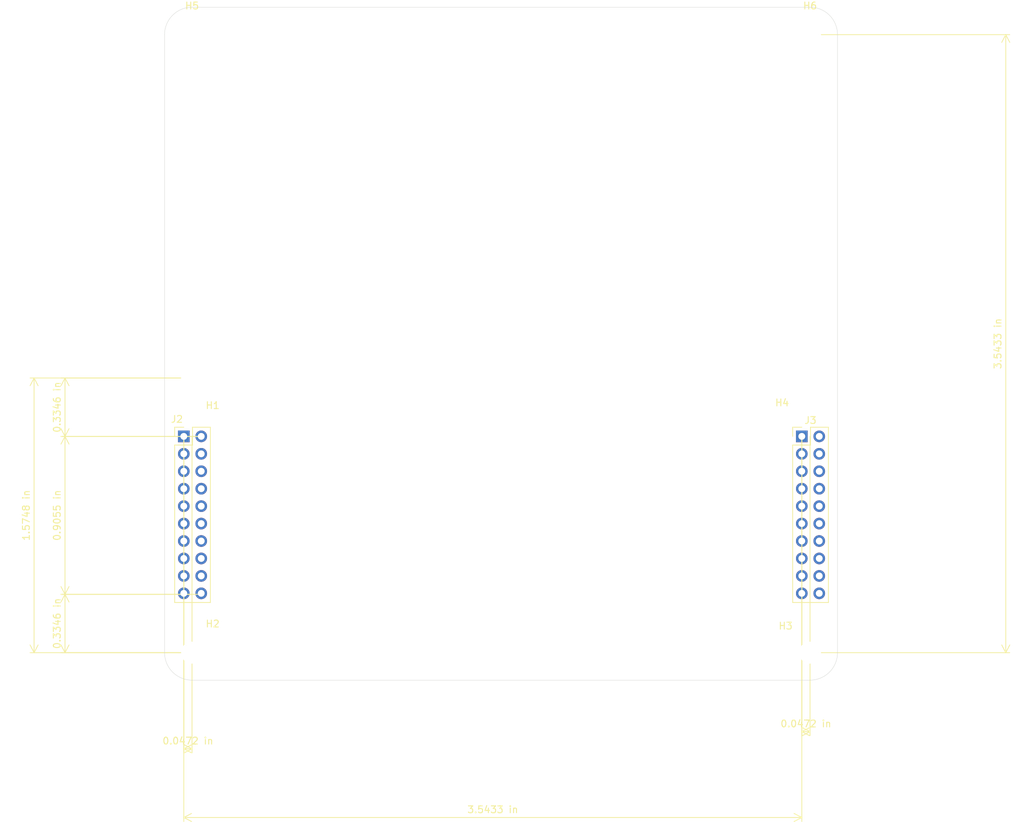
<source format=kicad_pcb>
(kicad_pcb (version 20171130) (host pcbnew "(5.1.5)-3")

  (general
    (thickness 1.6)
    (drawings 16)
    (tracks 2)
    (zones 0)
    (modules 8)
    (nets 1)
  )

  (page A4)
  (layers
    (0 F.Cu signal)
    (31 B.Cu signal)
    (32 B.Adhes user)
    (33 F.Adhes user)
    (34 B.Paste user)
    (35 F.Paste user)
    (36 B.SilkS user)
    (37 F.SilkS user)
    (38 B.Mask user)
    (39 F.Mask user)
    (40 Dwgs.User user)
    (41 Cmts.User user)
    (42 Eco1.User user)
    (43 Eco2.User user)
    (44 Edge.Cuts user)
    (45 Margin user)
    (46 B.CrtYd user)
    (47 F.CrtYd user)
    (48 B.Fab user)
    (49 F.Fab user hide)
  )

  (setup
    (last_trace_width 0.25)
    (trace_clearance 0.2)
    (zone_clearance 0.508)
    (zone_45_only no)
    (trace_min 0.2)
    (via_size 0.8)
    (via_drill 0.4)
    (via_min_size 0.4)
    (via_min_drill 0.3)
    (uvia_size 0.3)
    (uvia_drill 0.1)
    (uvias_allowed no)
    (uvia_min_size 0.2)
    (uvia_min_drill 0.1)
    (edge_width 0.05)
    (segment_width 0.2)
    (pcb_text_width 0.3)
    (pcb_text_size 1.5 1.5)
    (mod_edge_width 0.12)
    (mod_text_size 1 1)
    (mod_text_width 0.15)
    (pad_size 1.7 1.7)
    (pad_drill 1)
    (pad_to_mask_clearance 0.051)
    (solder_mask_min_width 0.25)
    (aux_axis_origin 0 0)
    (grid_origin 106.6 122)
    (visible_elements 7FFFFFFF)
    (pcbplotparams
      (layerselection 0x010fc_ffffffff)
      (usegerberextensions false)
      (usegerberattributes false)
      (usegerberadvancedattributes false)
      (creategerberjobfile false)
      (excludeedgelayer true)
      (linewidth 0.100000)
      (plotframeref false)
      (viasonmask false)
      (mode 1)
      (useauxorigin false)
      (hpglpennumber 1)
      (hpglpenspeed 20)
      (hpglpendiameter 15.000000)
      (psnegative false)
      (psa4output false)
      (plotreference true)
      (plotvalue true)
      (plotinvisibletext false)
      (padsonsilk false)
      (subtractmaskfromsilk false)
      (outputformat 1)
      (mirror false)
      (drillshape 1)
      (scaleselection 1)
      (outputdirectory ""))
  )

  (net 0 "")

  (net_class Default "This is the default net class."
    (clearance 0.2)
    (trace_width 0.25)
    (via_dia 0.8)
    (via_drill 0.4)
    (uvia_dia 0.3)
    (uvia_drill 0.1)
    (add_net "Net-(J2-Pad10)")
    (add_net "Net-(J2-Pad11)")
    (add_net "Net-(J2-Pad12)")
    (add_net "Net-(J2-Pad13)")
    (add_net "Net-(J2-Pad14)")
    (add_net "Net-(J2-Pad15)")
    (add_net "Net-(J2-Pad16)")
    (add_net "Net-(J2-Pad17)")
    (add_net "Net-(J2-Pad18)")
    (add_net "Net-(J2-Pad19)")
    (add_net "Net-(J2-Pad2)")
    (add_net "Net-(J2-Pad20)")
    (add_net "Net-(J2-Pad3)")
    (add_net "Net-(J2-Pad4)")
    (add_net "Net-(J2-Pad5)")
    (add_net "Net-(J2-Pad6)")
    (add_net "Net-(J2-Pad7)")
    (add_net "Net-(J2-Pad8)")
    (add_net "Net-(J2-Pad9)")
    (add_net "Net-(J3-Pad1)")
    (add_net "Net-(J3-Pad10)")
    (add_net "Net-(J3-Pad11)")
    (add_net "Net-(J3-Pad12)")
    (add_net "Net-(J3-Pad13)")
    (add_net "Net-(J3-Pad14)")
    (add_net "Net-(J3-Pad15)")
    (add_net "Net-(J3-Pad16)")
    (add_net "Net-(J3-Pad2)")
    (add_net "Net-(J3-Pad3)")
    (add_net "Net-(J3-Pad4)")
    (add_net "Net-(J3-Pad5)")
    (add_net "Net-(J3-Pad6)")
    (add_net "Net-(J3-Pad7)")
    (add_net "Net-(J3-Pad8)")
    (add_net "Net-(J3-Pad9)")
  )

  (module MountingHole:MountingHole_3.2mm_M3 (layer F.Cu) (tedit 56D1B4CB) (tstamp 6005791C)
    (at 196.6 32)
    (descr "Mounting Hole 3.2mm, no annular, M3")
    (tags "mounting hole 3.2mm no annular m3")
    (path /60076F50)
    (attr virtual)
    (fp_text reference H6 (at 0 -4.2) (layer F.SilkS)
      (effects (font (size 1 1) (thickness 0.15)))
    )
    (fp_text value MountingHole (at 0 4.2) (layer F.Fab)
      (effects (font (size 1 1) (thickness 0.15)))
    )
    (fp_circle (center 0 0) (end 3.45 0) (layer F.CrtYd) (width 0.05))
    (fp_circle (center 0 0) (end 3.2 0) (layer Cmts.User) (width 0.15))
    (fp_text user %R (at 0.3 0) (layer F.Fab)
      (effects (font (size 1 1) (thickness 0.15)))
    )
    (pad 1 np_thru_hole circle (at 0 0) (size 3.2 3.2) (drill 3.2) (layers *.Cu *.Mask))
  )

  (module MountingHole:MountingHole_3.2mm_M3 (layer F.Cu) (tedit 56D1B4CB) (tstamp 60057914)
    (at 106.6 32)
    (descr "Mounting Hole 3.2mm, no annular, M3")
    (tags "mounting hole 3.2mm no annular m3")
    (path /60076F56)
    (attr virtual)
    (fp_text reference H5 (at 0 -4.2) (layer F.SilkS)
      (effects (font (size 1 1) (thickness 0.15)))
    )
    (fp_text value MountingHole (at 0 4.2) (layer F.Fab)
      (effects (font (size 1 1) (thickness 0.15)))
    )
    (fp_circle (center 0 0) (end 3.45 0) (layer F.CrtYd) (width 0.05))
    (fp_circle (center 0 0) (end 3.2 0) (layer Cmts.User) (width 0.15))
    (fp_text user %R (at 0.3 0) (layer F.Fab)
      (effects (font (size 1 1) (thickness 0.15)))
    )
    (pad 1 np_thru_hole circle (at 0 0) (size 3.2 3.2) (drill 3.2) (layers *.Cu *.Mask))
  )

  (module MountingHole:MountingHole_3.2mm_M3 (layer F.Cu) (tedit 56D1B4CB) (tstamp 60039C8B)
    (at 196.6 82)
    (descr "Mounting Hole 3.2mm, no annular, M3")
    (tags "mounting hole 3.2mm no annular m3")
    (path /60067313)
    (attr virtual)
    (fp_text reference H4 (at -4.068 3.598) (layer F.SilkS)
      (effects (font (size 1 1) (thickness 0.15)))
    )
    (fp_text value MountingHole (at 0 4.2) (layer F.Fab)
      (effects (font (size 1 1) (thickness 0.15)))
    )
    (fp_circle (center 0 0) (end 3.45 0) (layer F.CrtYd) (width 0.05))
    (fp_circle (center 0 0) (end 3.2 0) (layer Cmts.User) (width 0.15))
    (fp_text user %R (at 0.3 0) (layer F.Fab)
      (effects (font (size 1 1) (thickness 0.15)))
    )
    (pad 1 np_thru_hole circle (at 0 0) (size 3.2 3.2) (drill 3.2) (layers *.Cu *.Mask))
  )

  (module MountingHole:MountingHole_3.2mm_M3 (layer F.Cu) (tedit 56D1B4CB) (tstamp 60039C83)
    (at 196.6 122)
    (descr "Mounting Hole 3.2mm, no annular, M3")
    (tags "mounting hole 3.2mm no annular m3")
    (path /6005A10A)
    (attr virtual)
    (fp_text reference H3 (at -3.56 -3.89) (layer F.SilkS)
      (effects (font (size 1 1) (thickness 0.15)))
    )
    (fp_text value MountingHole (at 0 4.2) (layer F.Fab)
      (effects (font (size 1 1) (thickness 0.15)))
    )
    (fp_circle (center 0 0) (end 3.45 0) (layer F.CrtYd) (width 0.05))
    (fp_circle (center 0 0) (end 3.2 0) (layer Cmts.User) (width 0.15))
    (fp_text user %R (at 0.3 0) (layer F.Fab)
      (effects (font (size 1 1) (thickness 0.15)))
    )
    (pad 1 np_thru_hole circle (at 0 0) (size 3.2 3.2) (drill 3.2) (layers *.Cu *.Mask))
  )

  (module MountingHole:MountingHole_3.2mm_M3 (layer F.Cu) (tedit 56D1B4CB) (tstamp 60039C7B)
    (at 106.6 122)
    (descr "Mounting Hole 3.2mm, no annular, M3")
    (tags "mounting hole 3.2mm no annular m3")
    (path /6004D01A)
    (attr virtual)
    (fp_text reference H2 (at 3 -4.2) (layer F.SilkS)
      (effects (font (size 1 1) (thickness 0.15)))
    )
    (fp_text value MountingHole (at 0 4.2) (layer F.Fab)
      (effects (font (size 1 1) (thickness 0.15)))
    )
    (fp_circle (center 0 0) (end 3.45 0) (layer F.CrtYd) (width 0.05))
    (fp_circle (center 0 0) (end 3.2 0) (layer Cmts.User) (width 0.15))
    (fp_text user %R (at 0.3 0) (layer F.Fab)
      (effects (font (size 1 1) (thickness 0.15)))
    )
    (pad 1 np_thru_hole circle (at 0 0) (size 3.2 3.2) (drill 3.2) (layers *.Cu *.Mask))
  )

  (module MountingHole:MountingHole_3.2mm_M3 (layer F.Cu) (tedit 56D1B4CB) (tstamp 60039C73)
    (at 106.6 82)
    (descr "Mounting Hole 3.2mm, no annular, M3")
    (tags "mounting hole 3.2mm no annular m3")
    (path /6004BF61)
    (attr virtual)
    (fp_text reference H1 (at 3 4) (layer F.SilkS)
      (effects (font (size 1 1) (thickness 0.15)))
    )
    (fp_text value MountingHole (at 0 4.2) (layer F.Fab)
      (effects (font (size 1 1) (thickness 0.15)))
    )
    (fp_circle (center 0 0) (end 3.45 0) (layer F.CrtYd) (width 0.05))
    (fp_circle (center 0 0) (end 3.2 0) (layer Cmts.User) (width 0.15))
    (fp_text user %R (at 0.3 0) (layer F.Fab)
      (effects (font (size 1 1) (thickness 0.15)))
    )
    (pad 1 np_thru_hole circle (at 0 0) (size 3.2 3.2) (drill 3.2) (layers *.Cu *.Mask))
  )

  (module Connector_PinHeader_2.54mm:PinHeader_2x10_P2.54mm_Vertical (layer F.Cu) (tedit 59FED5CC) (tstamp 6000CF96)
    (at 195.4 90.5)
    (descr "Through hole straight pin header, 2x10, 2.54mm pitch, double rows")
    (tags "Through hole pin header THT 2x10 2.54mm double row")
    (path /603B1ECF)
    (fp_text reference J3 (at 1.27 -2.33) (layer F.SilkS)
      (effects (font (size 1 1) (thickness 0.15)))
    )
    (fp_text value Conn_02x10_Odd_Even (at 1.27 25.19) (layer F.Fab)
      (effects (font (size 1 1) (thickness 0.15)))
    )
    (fp_text user %R (at 1.27 11.43 90) (layer F.Fab)
      (effects (font (size 1 1) (thickness 0.15)))
    )
    (fp_line (start 4.35 -1.8) (end -1.8 -1.8) (layer F.CrtYd) (width 0.05))
    (fp_line (start 4.35 24.65) (end 4.35 -1.8) (layer F.CrtYd) (width 0.05))
    (fp_line (start -1.8 24.65) (end 4.35 24.65) (layer F.CrtYd) (width 0.05))
    (fp_line (start -1.8 -1.8) (end -1.8 24.65) (layer F.CrtYd) (width 0.05))
    (fp_line (start -1.33 -1.33) (end 0 -1.33) (layer F.SilkS) (width 0.12))
    (fp_line (start -1.33 0) (end -1.33 -1.33) (layer F.SilkS) (width 0.12))
    (fp_line (start 1.27 -1.33) (end 3.87 -1.33) (layer F.SilkS) (width 0.12))
    (fp_line (start 1.27 1.27) (end 1.27 -1.33) (layer F.SilkS) (width 0.12))
    (fp_line (start -1.33 1.27) (end 1.27 1.27) (layer F.SilkS) (width 0.12))
    (fp_line (start 3.87 -1.33) (end 3.87 24.19) (layer F.SilkS) (width 0.12))
    (fp_line (start -1.33 1.27) (end -1.33 24.19) (layer F.SilkS) (width 0.12))
    (fp_line (start -1.33 24.19) (end 3.87 24.19) (layer F.SilkS) (width 0.12))
    (fp_line (start -1.27 0) (end 0 -1.27) (layer F.Fab) (width 0.1))
    (fp_line (start -1.27 24.13) (end -1.27 0) (layer F.Fab) (width 0.1))
    (fp_line (start 3.81 24.13) (end -1.27 24.13) (layer F.Fab) (width 0.1))
    (fp_line (start 3.81 -1.27) (end 3.81 24.13) (layer F.Fab) (width 0.1))
    (fp_line (start 0 -1.27) (end 3.81 -1.27) (layer F.Fab) (width 0.1))
    (pad 20 thru_hole oval (at 2.54 22.86) (size 1.7 1.7) (drill 1) (layers *.Cu *.Mask))
    (pad 19 thru_hole oval (at 0 22.86) (size 1.7 1.7) (drill 1) (layers *.Cu *.Mask))
    (pad 18 thru_hole oval (at 2.54 20.32) (size 1.7 1.7) (drill 1) (layers *.Cu *.Mask))
    (pad 17 thru_hole oval (at 0 20.32) (size 1.7 1.7) (drill 1) (layers *.Cu *.Mask))
    (pad 16 thru_hole oval (at 2.54 17.78) (size 1.7 1.7) (drill 1) (layers *.Cu *.Mask))
    (pad 15 thru_hole oval (at 0 17.78) (size 1.7 1.7) (drill 1) (layers *.Cu *.Mask))
    (pad 14 thru_hole oval (at 2.54 15.24) (size 1.7 1.7) (drill 1) (layers *.Cu *.Mask))
    (pad 13 thru_hole oval (at 0 15.24) (size 1.7 1.7) (drill 1) (layers *.Cu *.Mask))
    (pad 12 thru_hole oval (at 2.54 12.7) (size 1.7 1.7) (drill 1) (layers *.Cu *.Mask))
    (pad 11 thru_hole oval (at 0 12.7) (size 1.7 1.7) (drill 1) (layers *.Cu *.Mask))
    (pad 10 thru_hole oval (at 2.54 10.16) (size 1.7 1.7) (drill 1) (layers *.Cu *.Mask))
    (pad 9 thru_hole oval (at 0 10.16) (size 1.7 1.7) (drill 1) (layers *.Cu *.Mask))
    (pad 8 thru_hole oval (at 2.54 7.62) (size 1.7 1.7) (drill 1) (layers *.Cu *.Mask))
    (pad 7 thru_hole oval (at 0 7.62) (size 1.7 1.7) (drill 1) (layers *.Cu *.Mask))
    (pad 6 thru_hole oval (at 2.54 5.08) (size 1.7 1.7) (drill 1) (layers *.Cu *.Mask))
    (pad 5 thru_hole oval (at 0 5.08) (size 1.7 1.7) (drill 1) (layers *.Cu *.Mask))
    (pad 4 thru_hole oval (at 2.54 2.54) (size 1.7 1.7) (drill 1) (layers *.Cu *.Mask))
    (pad 3 thru_hole oval (at 0 2.54) (size 1.7 1.7) (drill 1) (layers *.Cu *.Mask))
    (pad 2 thru_hole oval (at 2.54 0) (size 1.7 1.7) (drill 1) (layers *.Cu *.Mask))
    (pad 1 thru_hole rect (at 0 0) (size 1.7 1.7) (drill 1) (layers *.Cu *.Mask))
    (model ${KISYS3DMOD}/Connector_PinHeader_2.54mm.3dshapes/PinHeader_2x10_P2.54mm_Vertical.wrl
      (at (xyz 0 0 0))
      (scale (xyz 1 1 1))
      (rotate (xyz 0 0 0))
    )
  )

  (module Connector_PinHeader_2.54mm:PinHeader_2x10_P2.54mm_Vertical (layer F.Cu) (tedit 59FED5CC) (tstamp 6000D041)
    (at 105.4 90.5)
    (descr "Through hole straight pin header, 2x10, 2.54mm pitch, double rows")
    (tags "Through hole pin header THT 2x10 2.54mm double row")
    (path /603B44EC)
    (fp_text reference J2 (at -1 -2.5) (layer F.SilkS)
      (effects (font (size 1 1) (thickness 0.15)))
    )
    (fp_text value Conn_02x10_Odd_Even (at 1.27 25.19) (layer F.Fab)
      (effects (font (size 1 1) (thickness 0.15)))
    )
    (fp_text user %R (at 1.27 11.43 90) (layer F.Fab)
      (effects (font (size 1 1) (thickness 0.15)))
    )
    (fp_line (start 4.35 -1.8) (end -1.8 -1.8) (layer F.CrtYd) (width 0.05))
    (fp_line (start 4.35 24.65) (end 4.35 -1.8) (layer F.CrtYd) (width 0.05))
    (fp_line (start -1.8 24.65) (end 4.35 24.65) (layer F.CrtYd) (width 0.05))
    (fp_line (start -1.8 -1.8) (end -1.8 24.65) (layer F.CrtYd) (width 0.05))
    (fp_line (start -1.33 -1.33) (end 0 -1.33) (layer F.SilkS) (width 0.12))
    (fp_line (start -1.33 0) (end -1.33 -1.33) (layer F.SilkS) (width 0.12))
    (fp_line (start 1.27 -1.33) (end 3.87 -1.33) (layer F.SilkS) (width 0.12))
    (fp_line (start 1.27 1.27) (end 1.27 -1.33) (layer F.SilkS) (width 0.12))
    (fp_line (start -1.33 1.27) (end 1.27 1.27) (layer F.SilkS) (width 0.12))
    (fp_line (start 3.87 -1.33) (end 3.87 24.19) (layer F.SilkS) (width 0.12))
    (fp_line (start -1.33 1.27) (end -1.33 24.19) (layer F.SilkS) (width 0.12))
    (fp_line (start -1.33 24.19) (end 3.87 24.19) (layer F.SilkS) (width 0.12))
    (fp_line (start -1.27 0) (end 0 -1.27) (layer F.Fab) (width 0.1))
    (fp_line (start -1.27 24.13) (end -1.27 0) (layer F.Fab) (width 0.1))
    (fp_line (start 3.81 24.13) (end -1.27 24.13) (layer F.Fab) (width 0.1))
    (fp_line (start 3.81 -1.27) (end 3.81 24.13) (layer F.Fab) (width 0.1))
    (fp_line (start 0 -1.27) (end 3.81 -1.27) (layer F.Fab) (width 0.1))
    (pad 20 thru_hole oval (at 2.54 22.86) (size 1.7 1.7) (drill 1) (layers *.Cu *.Mask))
    (pad 19 thru_hole oval (at 0 22.86) (size 1.7 1.7) (drill 1) (layers *.Cu *.Mask))
    (pad 18 thru_hole oval (at 2.54 20.32) (size 1.7 1.7) (drill 1) (layers *.Cu *.Mask))
    (pad 17 thru_hole oval (at 0 20.32) (size 1.7 1.7) (drill 1) (layers *.Cu *.Mask))
    (pad 16 thru_hole oval (at 2.54 17.78) (size 1.7 1.7) (drill 1) (layers *.Cu *.Mask))
    (pad 15 thru_hole oval (at 0 17.78) (size 1.7 1.7) (drill 1) (layers *.Cu *.Mask))
    (pad 14 thru_hole oval (at 2.54 15.24) (size 1.7 1.7) (drill 1) (layers *.Cu *.Mask))
    (pad 13 thru_hole oval (at 0 15.24) (size 1.7 1.7) (drill 1) (layers *.Cu *.Mask))
    (pad 12 thru_hole oval (at 2.54 12.7) (size 1.7 1.7) (drill 1) (layers *.Cu *.Mask))
    (pad 11 thru_hole oval (at 0 12.7) (size 1.7 1.7) (drill 1) (layers *.Cu *.Mask))
    (pad 10 thru_hole oval (at 2.54 10.16) (size 1.7 1.7) (drill 1) (layers *.Cu *.Mask))
    (pad 9 thru_hole oval (at 0 10.16) (size 1.7 1.7) (drill 1) (layers *.Cu *.Mask))
    (pad 8 thru_hole oval (at 2.54 7.62) (size 1.7 1.7) (drill 1) (layers *.Cu *.Mask))
    (pad 7 thru_hole oval (at 0 7.62) (size 1.7 1.7) (drill 1) (layers *.Cu *.Mask))
    (pad 6 thru_hole oval (at 2.54 5.08) (size 1.7 1.7) (drill 1) (layers *.Cu *.Mask))
    (pad 5 thru_hole oval (at 0 5.08) (size 1.7 1.7) (drill 1) (layers *.Cu *.Mask))
    (pad 4 thru_hole oval (at 2.54 2.54) (size 1.7 1.7) (drill 1) (layers *.Cu *.Mask))
    (pad 3 thru_hole oval (at 0 2.54) (size 1.7 1.7) (drill 1) (layers *.Cu *.Mask))
    (pad 2 thru_hole oval (at 2.54 0) (size 1.7 1.7) (drill 1) (layers *.Cu *.Mask))
    (pad 1 thru_hole rect (at 0 0) (size 1.7 1.7) (drill 1) (layers *.Cu *.Mask))
    (model ${KISYS3DMOD}/Connector_PinHeader_2.54mm.3dshapes/PinHeader_2x10_P2.54mm_Vertical.wrl
      (at (xyz 0 0 0))
      (scale (xyz 1 1 1))
      (rotate (xyz 0 0 0))
    )
  )

  (gr_line (start 102.6 32) (end 102.6 122) (layer Edge.Cuts) (width 0.05) (tstamp 60058170))
  (gr_line (start 196.6 28) (end 106.6 28) (layer Edge.Cuts) (width 0.05) (tstamp 6005816F))
  (gr_line (start 200.6 122) (end 200.6 32) (layer Edge.Cuts) (width 0.05) (tstamp 6005816E))
  (gr_arc (start 196.6 32) (end 200.6 32) (angle -90) (layer Edge.Cuts) (width 0.05))
  (gr_arc (start 106.6 32) (end 106.6 28) (angle -90) (layer Edge.Cuts) (width 0.05))
  (dimension 90 (width 0.12) (layer F.SilkS)
    (gr_text "90.000 mm" (at 226.37 77 90) (layer F.SilkS)
      (effects (font (size 1 1) (thickness 0.15)))
    )
    (feature1 (pts (xy 196.6 32) (xy 225.686421 32)))
    (feature2 (pts (xy 196.6 122) (xy 225.686421 122)))
    (crossbar (pts (xy 225.1 122) (xy 225.1 32)))
    (arrow1a (pts (xy 225.1 32) (xy 225.686421 33.126504)))
    (arrow1b (pts (xy 225.1 32) (xy 224.513579 33.126504)))
    (arrow2a (pts (xy 225.1 122) (xy 225.686421 120.873496)))
    (arrow2b (pts (xy 225.1 122) (xy 224.513579 120.873496)))
  )
  (dimension 1.2 (width 0.12) (layer F.SilkS)
    (gr_text "1.200 mm" (at 196 134.77) (layer F.SilkS)
      (effects (font (size 1 1) (thickness 0.15)))
    )
    (feature1 (pts (xy 196.6 90.5) (xy 196.6 134.086421)))
    (feature2 (pts (xy 195.4 90.5) (xy 195.4 134.086421)))
    (crossbar (pts (xy 195.4 133.5) (xy 196.6 133.5)))
    (arrow1a (pts (xy 196.6 133.5) (xy 195.473496 134.086421)))
    (arrow1b (pts (xy 196.6 133.5) (xy 195.473496 132.913579)))
    (arrow2a (pts (xy 195.4 133.5) (xy 196.526504 134.086421)))
    (arrow2b (pts (xy 195.4 133.5) (xy 196.526504 132.913579)))
  )
  (dimension 1.2 (width 0.12) (layer F.SilkS)
    (gr_text "1.200 mm" (at 106 137.27) (layer F.SilkS)
      (effects (font (size 1 1) (thickness 0.15)))
    )
    (feature1 (pts (xy 106.6 90.5) (xy 106.6 136.586421)))
    (feature2 (pts (xy 105.4 90.5) (xy 105.4 136.586421)))
    (crossbar (pts (xy 105.4 136) (xy 106.6 136)))
    (arrow1a (pts (xy 106.6 136) (xy 105.473496 136.586421)))
    (arrow1b (pts (xy 106.6 136) (xy 105.473496 135.413579)))
    (arrow2a (pts (xy 105.4 136) (xy 106.526504 136.586421)))
    (arrow2b (pts (xy 105.4 136) (xy 106.526504 135.413579)))
  )
  (dimension 90 (width 0.12) (layer F.SilkS)
    (gr_text "90.000 mm" (at 150.4 147.27) (layer F.SilkS)
      (effects (font (size 1 1) (thickness 0.15)))
    )
    (feature1 (pts (xy 195.4 90.5) (xy 195.4 146.586421)))
    (feature2 (pts (xy 105.4 90.5) (xy 105.4 146.586421)))
    (crossbar (pts (xy 105.4 146) (xy 195.4 146)))
    (arrow1a (pts (xy 195.4 146) (xy 194.273496 146.586421)))
    (arrow1b (pts (xy 195.4 146) (xy 194.273496 145.413579)))
    (arrow2a (pts (xy 105.4 146) (xy 106.526504 146.586421)))
    (arrow2b (pts (xy 105.4 146) (xy 106.526504 145.413579)))
  )
  (dimension 8.5 (width 0.12) (layer F.SilkS)
    (gr_text "8.500 mm" (at 86.83 117.75 90) (layer F.SilkS)
      (effects (font (size 1 1) (thickness 0.15)))
    )
    (feature1 (pts (xy 106.6 113.5) (xy 87.513579 113.5)))
    (feature2 (pts (xy 106.6 122) (xy 87.513579 122)))
    (crossbar (pts (xy 88.1 122) (xy 88.1 113.5)))
    (arrow1a (pts (xy 88.1 113.5) (xy 88.686421 114.626504)))
    (arrow1b (pts (xy 88.1 113.5) (xy 87.513579 114.626504)))
    (arrow2a (pts (xy 88.1 122) (xy 88.686421 120.873496)))
    (arrow2b (pts (xy 88.1 122) (xy 87.513579 120.873496)))
  )
  (dimension 8.5 (width 0.12) (layer F.SilkS)
    (gr_text "8.500 mm" (at 86.83 86.25 90) (layer F.SilkS)
      (effects (font (size 1 1) (thickness 0.15)))
    )
    (feature1 (pts (xy 108.1 82) (xy 87.513579 82)))
    (feature2 (pts (xy 108.1 90.5) (xy 87.513579 90.5)))
    (crossbar (pts (xy 88.1 90.5) (xy 88.1 82)))
    (arrow1a (pts (xy 88.1 82) (xy 88.686421 83.126504)))
    (arrow1b (pts (xy 88.1 82) (xy 87.513579 83.126504)))
    (arrow2a (pts (xy 88.1 90.5) (xy 88.686421 89.373496)))
    (arrow2b (pts (xy 88.1 90.5) (xy 87.513579 89.373496)))
  )
  (dimension 23 (width 0.12) (layer F.SilkS)
    (gr_text "23.000 mm" (at 86.83 102 90) (layer F.SilkS)
      (effects (font (size 1 1) (thickness 0.15)))
    )
    (feature1 (pts (xy 108.1 90.5) (xy 87.513579 90.5)))
    (feature2 (pts (xy 108.1 113.5) (xy 87.513579 113.5)))
    (crossbar (pts (xy 88.1 113.5) (xy 88.1 90.5)))
    (arrow1a (pts (xy 88.1 90.5) (xy 88.686421 91.626504)))
    (arrow1b (pts (xy 88.1 90.5) (xy 87.513579 91.626504)))
    (arrow2a (pts (xy 88.1 113.5) (xy 88.686421 112.373496)))
    (arrow2b (pts (xy 88.1 113.5) (xy 87.513579 112.373496)))
  )
  (dimension 40 (width 0.12) (layer F.SilkS)
    (gr_text "40.000 mm" (at 82.33 102 90) (layer F.SilkS)
      (effects (font (size 1 1) (thickness 0.15)))
    )
    (feature1 (pts (xy 106.6 82) (xy 83.013579 82)))
    (feature2 (pts (xy 106.6 122) (xy 83.013579 122)))
    (crossbar (pts (xy 83.6 122) (xy 83.6 82)))
    (arrow1a (pts (xy 83.6 82) (xy 84.186421 83.126504)))
    (arrow1b (pts (xy 83.6 82) (xy 83.013579 83.126504)))
    (arrow2a (pts (xy 83.6 122) (xy 84.186421 120.873496)))
    (arrow2b (pts (xy 83.6 122) (xy 83.013579 120.873496)))
  )
  (gr_line (start 106.6 126) (end 196.6 126) (layer Edge.Cuts) (width 0.05) (tstamp 6003A246))
  (gr_arc (start 196.6 122) (end 196.6 126) (angle -90) (layer Edge.Cuts) (width 0.05))
  (gr_arc (start 106.6 122) (end 102.6 122) (angle -90) (layer Edge.Cuts) (width 0.05))

  (segment (start 194.922 113.538) (end 195.1 113.36) (width 0.25) (layer F.Cu) (net 0))
  (segment (start 197.64 110.82) (end 197.64 110.772) (width 0.25) (layer F.Cu) (net 0))

)

</source>
